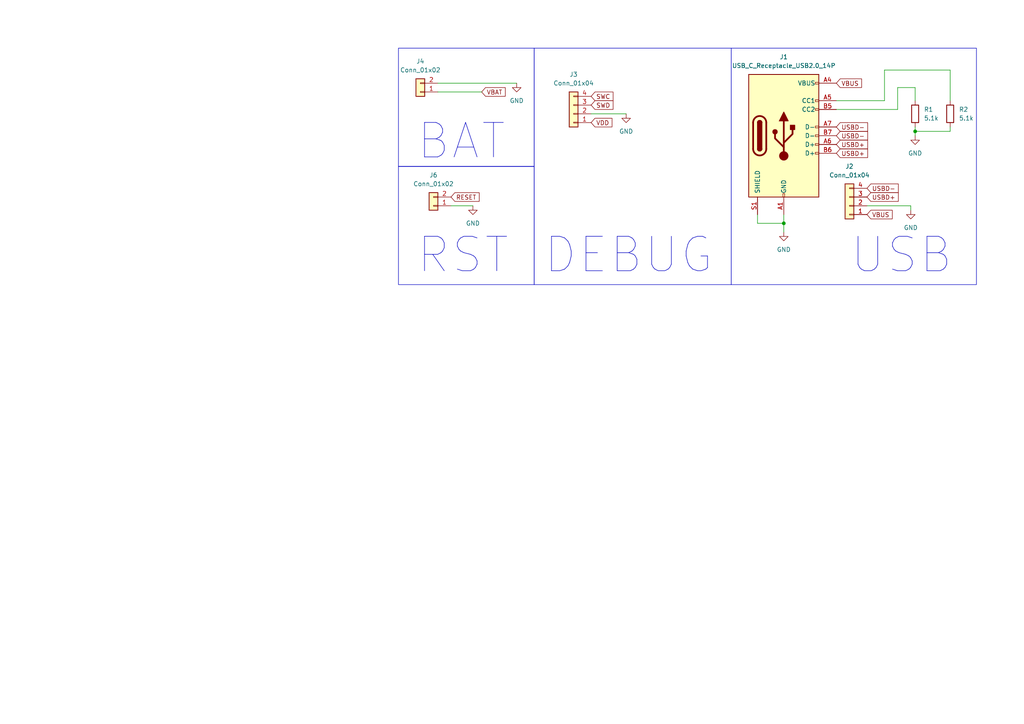
<source format=kicad_sch>
(kicad_sch (version 20230121) (generator eeschema)
  (paper "A4")
  (title_block (title "Connectors") (date "2024-02-08") (rev "0"))
  (lib_symbols
    (symbol "Connector:USB_C_Receptacle_USB2.0_14P" (pin_names (offset 1.016))
      (property "Reference" "J" (at 0 22.225 0))
      (property "Value" "USB_C_Receptacle_USB2.0_14P" (at 0 19.685 0))
      (symbol "USB_C_Receptacle_USB2.0_14P_0_0"
        (rectangle (start -0.254 -17.78) (end 0.254 -16.764))
        (rectangle (start 10.16 -4.826) (end 9.144 -5.334))
        (rectangle (start 10.16 -2.286) (end 9.144 -2.794))
        (rectangle (start 10.16 0.254) (end 9.144 -0.254))
        (rectangle (start 10.16 2.794) (end 9.144 2.286))
        (rectangle (start 10.16 7.874) (end 9.144 7.366))
        (rectangle (start 10.16 10.414) (end 9.144 9.906))
        (rectangle (start 10.16 15.494) (end 9.144 14.986))
      )
      (symbol "USB_C_Receptacle_USB2.0_14P_0_1"
        (rectangle (start -10.16 17.78) (end 10.16 -17.78) (stroke (width 0.254)) (fill (type background)))
        (arc (start -8.89 -3.81) (mid -6.985 -5.7067) (end -5.08 -3.81) (stroke (width 0.508)))
        (arc (start -7.62 -3.81) (mid -6.985 -4.4423) (end -6.35 -3.81) (stroke (width 0.254)))
        (arc (start -7.62 -3.81) (mid -6.985 -4.4423) (end -6.35 -3.81) (stroke (width 0.254)) (fill (type outline)))
        (rectangle (start -7.62 -3.81) (end -6.35 3.81) (stroke (width 0.254)) (fill (type outline)))
        (arc (start -6.35 3.81) (mid -6.985 4.4423) (end -7.62 3.81) (stroke (width 0.254)))
        (arc (start -6.35 3.81) (mid -6.985 4.4423) (end -7.62 3.81) (stroke (width 0.254)) (fill (type outline)))
        (arc (start -5.08 3.81) (mid -6.985 5.7067) (end -8.89 3.81) (stroke (width 0.508)))
        (circle (center -2.54 1.143) (radius 0.635) (stroke (width 0.254)) (fill (type outline)))
        (circle (center 0 -5.842) (radius 1.27) (fill (type outline)))
        (polyline (pts (xy -8.89 -3.81) (xy -8.89 3.81)) (stroke (width 0.508)))
        (polyline (pts (xy -5.08 3.81) (xy -5.08 -3.81)) (stroke (width 0.508)))
        (polyline (pts (xy 0 -5.842) (xy 0 4.318)) (stroke (width 0.508)))
        (polyline (pts (xy 0 -3.302) (xy -2.54 -0.762) (xy -2.54 0.508)) (stroke (width 0.508)))
        (polyline (pts (xy 0 -2.032) (xy 2.54 0.508) (xy 2.54 1.778)) (stroke (width 0.508)))
        (polyline (pts (xy -1.27 4.318) (xy 0 6.858) (xy 1.27 4.318) (xy -1.27 4.318)) (stroke (width 0.254)) (fill (type outline)))
        (rectangle (start 1.905 1.778) (end 3.175 3.048) (stroke (width 0.254)) (fill (type outline)))
      )
      (symbol "USB_C_Receptacle_USB2.0_14P_1_1"
        (pin passive line (at 0 -22.86 90) (length 5.08) (name "GND") (number "A1"))
        (pin passive line (at 0 -22.86 90) (length 5.08) hide (name "GND") (number "A12"))
        (pin passive line (at 15.24 15.24 180) (length 5.08) (name "VBUS") (number "A4"))
        (pin bidirectional line (at 15.24 10.16 180) (length 5.08) (name "CC1") (number "A5"))
        (pin bidirectional line (at 15.24 -2.54 180) (length 5.08) (name "D+") (number "A6"))
        (pin bidirectional line (at 15.24 2.54 180) (length 5.08) (name "D-") (number "A7"))
        (pin passive line (at 15.24 15.24 180) (length 5.08) hide (name "VBUS") (number "A9"))
        (pin passive line (at 0 -22.86 90) (length 5.08) hide (name "GND") (number "B1"))
        (pin passive line (at 0 -22.86 90) (length 5.08) hide (name "GND") (number "B12"))
        (pin passive line (at 15.24 15.24 180) (length 5.08) hide (name "VBUS") (number "B4"))
        (pin bidirectional line (at 15.24 7.62 180) (length 5.08) (name "CC2") (number "B5"))
        (pin bidirectional line (at 15.24 -5.08 180) (length 5.08) (name "D+") (number "B6"))
        (pin bidirectional line (at 15.24 0 180) (length 5.08) (name "D-") (number "B7"))
        (pin passive line (at 15.24 15.24 180) (length 5.08) hide (name "VBUS") (number "B9"))
        (pin passive line (at -7.62 -22.86 90) (length 5.08) (name "SHIELD") (number "S1"))
      )
    )
    (symbol "Connector_Generic:Conn_01x02" (pin_names (offset 1.016) hide)
      (property "Reference" "J" (at 0 2.54 0))
      (property "Value" "Conn_01x02" (at 0 -5.08 0))
      (symbol "Conn_01x02_1_1"
        (rectangle (start -1.27 -2.413) (end 0 -2.667) (stroke (width 0.1524)))
        (rectangle (start -1.27 0.127) (end 0 -0.127) (stroke (width 0.1524)))
        (rectangle (start -1.27 1.27) (end 1.27 -3.81) (stroke (width 0.254)) (fill (type background)))
        (pin passive line (at -5.08 0 0) (length 3.81) (name "Pin_1") (number "1"))
        (pin passive line (at -5.08 -2.54 0) (length 3.81) (name "Pin_2") (number "2"))
      )
    )
    (symbol "Connector_Generic:Conn_01x04" (pin_names (offset 1.016) hide)
      (property "Reference" "J" (at 0 5.08 0))
      (property "Value" "Conn_01x04" (at 0 -7.62 0))
      (symbol "Conn_01x04_1_1"
        (rectangle (start -1.27 -4.953) (end 0 -5.207) (stroke (width 0.1524)))
        (rectangle (start -1.27 -2.413) (end 0 -2.667) (stroke (width 0.1524)))
        (rectangle (start -1.27 0.127) (end 0 -0.127) (stroke (width 0.1524)))
        (rectangle (start -1.27 2.667) (end 0 2.413) (stroke (width 0.1524)))
        (rectangle (start -1.27 3.81) (end 1.27 -6.35) (stroke (width 0.254)) (fill (type background)))
        (pin passive line (at -5.08 2.54 0) (length 3.81) (name "Pin_1") (number "1"))
        (pin passive line (at -5.08 0 0) (length 3.81) (name "Pin_2") (number "2"))
        (pin passive line (at -5.08 -2.54 0) (length 3.81) (name "Pin_3") (number "3"))
        (pin passive line (at -5.08 -5.08 0) (length 3.81) (name "Pin_4") (number "4"))
      )
    )
    (symbol "Device:R" (pin_numbers hide) (pin_names (offset 0))
      (property "Reference" "R" (at 2.032 0 90))
      (property "Value" "R" (at 0 0 90))
      (symbol "R_0_1"
        (rectangle (start -1.016 -2.54) (end 1.016 2.54) (stroke (width 0.254)))
      )
      (symbol "R_1_1"
        (pin passive line (at 0 3.81 270) (length 1.27) (name "~") (number "1"))
        (pin passive line (at 0 -3.81 90) (length 1.27) (name "~") (number "2"))
      )
    )
    (symbol "power:GND" (power) (pin_names (offset 0))
      (property "Value" "GND" (at 0 -3.81 0))
      (symbol "GND_0_1"
        (polyline (pts (xy 0 0) (xy 0 -1.27) (xy 1.27 -1.27) (xy 0 -2.54) (xy -1.27 -1.27) (xy 0 -1.27)))
      )
      (symbol "GND_1_1"
        (pin power_in line (at 0 0 270) (length 0) hide (name "GND") (number "1"))
      )
    )
  )
  (junction (at 227.33 64.77))
  (junction (at 265.43 38.1))
  (wire (pts (xy 265.43 38.1) (xy 275.59 38.1)))
  (wire (pts (xy 265.43 38.1) (xy 265.43 39.37)))
  (wire (pts (xy 127 26.67) (xy 139.7 26.67)))
  (wire (pts (xy 260.35 31.75) (xy 260.35 25.4)))
  (wire (pts (xy 256.54 20.32) (xy 275.59 20.32)))
  (wire (pts (xy 256.54 29.21) (xy 256.54 20.32)))
  (wire (pts (xy 130.81 59.69) (xy 137.16 59.69)))
  (wire (pts (xy 265.43 25.4) (xy 265.43 29.21)))
  (wire (pts (xy 219.71 64.77) (xy 227.33 64.77)))
  (wire (pts (xy 171.45 33.02) (xy 181.61 33.02)))
  (wire (pts (xy 227.33 62.23) (xy 227.33 64.77)))
  (wire (pts (xy 260.35 25.4) (xy 265.43 25.4)))
  (wire (pts (xy 242.57 31.75) (xy 260.35 31.75)))
  (wire (pts (xy 227.33 64.77) (xy 227.33 67.31)))
  (wire (pts (xy 219.71 62.23) (xy 219.71 64.77)))
  (wire (pts (xy 275.59 20.32) (xy 275.59 29.21)))
  (wire (pts (xy 127 24.13) (xy 149.86 24.13)))
  (wire (pts (xy 265.43 36.83) (xy 265.43 38.1)))
  (wire (pts (xy 251.46 59.69) (xy 264.16 59.69)))
  (wire (pts (xy 264.16 59.69) (xy 264.16 60.96)))
  (wire (pts (xy 242.57 29.21) (xy 256.54 29.21)))
  (wire (pts (xy 275.59 36.83) (xy 275.59 38.1)))
  (rectangle (start 115.57 13.97) (end 154.94 48.26))
  (rectangle (start 154.94 13.97) (end 212.09 82.55))
  (rectangle (start 115.57 48.26) (end 154.94 82.55))
  (rectangle (start 212.09 13.97) (end 283.21 82.55))
  (text "USB" (at 246.38 80.01 0) (effects (font (size 10 10)) (justify left bottom)))
  (text "RST" (at 120.65 80.01 0) (effects (font (size 10 10)) (justify left bottom)))
  (text "BAT" (at 120.65 46.99 0) (effects (font (size 10 10)) (justify left bottom)))
  (text "DEBUG" (at 157.48 80.01 0) (effects (font (size 10 10)) (justify left bottom)))
  (global_label "USBD+" (shape input) (at 242.57 41.91 0) (property "Intersheetrefs" "${INTERSHEET_REFS}" (effects hide)))
  (global_label "SWC" (shape input) (at 171.45 27.94 0) (property "Intersheetrefs" "${INTERSHEET_REFS}" (effects hide)))
  (global_label "USBD+" (shape input) (at 242.57 44.45 0) (property "Intersheetrefs" "${INTERSHEET_REFS}" (effects hide)))
  (global_label "VBUS" (shape input) (at 251.46 62.23 0) (property "Intersheetrefs" "${INTERSHEET_REFS}" (effects hide)))
  (global_label "VDD" (shape input) (at 171.45 35.56 0) (property "Intersheetrefs" "${INTERSHEET_REFS}" (effects hide)))
  (global_label "VBAT" (shape input) (at 139.7 26.67 0) (property "Intersheetrefs" "${INTERSHEET_REFS}" (effects hide)))
  (global_label "VBUS" (shape input) (at 242.57 24.13 0) (property "Intersheetrefs" "${INTERSHEET_REFS}" (effects hide)))
  (global_label "USBD-" (shape input) (at 251.46 54.61 0) (property "Intersheetrefs" "${INTERSHEET_REFS}" (effects hide)))
  (global_label "USBD+" (shape input) (at 251.46 57.15 0) (property "Intersheetrefs" "${INTERSHEET_REFS}" (effects hide)))
  (global_label "RESET" (shape input) (at 130.81 57.15 0) (property "Intersheetrefs" "${INTERSHEET_REFS}" (effects hide)))
  (global_label "USBD-" (shape input) (at 242.57 36.83 0) (property "Intersheetrefs" "${INTERSHEET_REFS}" (effects hide)))
  (global_label "USBD-" (shape input) (at 242.57 39.37 0) (property "Intersheetrefs" "${INTERSHEET_REFS}" (effects hide)))
  (global_label "SWD" (shape input) (at 171.45 30.48 0) (property "Intersheetrefs" "${INTERSHEET_REFS}" (effects hide)))
  (symbol (lib_id "power:GND") (at 149.86 24.13 0) (unit 1)
    (property "Reference" "#PWR015" (effects hide))
    (property "Value" "GND" (at 149.86 29.21 0))
  )
  (symbol (lib_id "Device:R") (at 275.59 33.02 0) (unit 1)
    (property "Reference" "R2" (at 278.13 31.75 0) (effects (justify left)))
    (property "Value" "5.1k" (at 278.13 34.29 0) (effects (justify left)))
    (property "Footprint" "Resistor_SMD:R_0603_1608Metric" (effects hide))
  )
  (symbol (lib_id "Connector_Generic:Conn_01x02") (at 121.92 26.67 180) (unit 1)
    (property "Reference" "J4" (at 121.92 17.78 0))
    (property "Value" "Conn_01x02" (at 121.92 20.32 0))
    (property "Footprint" "Connector_PinHeader_2.54mm:PinHeader_1x02_P2.54mm_Vertical" (effects hide))
  )
  (symbol (lib_id "Connector_Generic:Conn_01x04") (at 246.38 59.69 180) (unit 1)
    (property "Reference" "J2" (at 246.38 48.26 0))
    (property "Value" "Conn_01x04" (at 246.38 50.8 0))
    (property "Footprint" "Connector_PinHeader_2.54mm:PinHeader_1x04_P2.54mm_Vertical" (effects hide))
  )
  (symbol (lib_id "power:GND") (at 181.61 33.02 0) (unit 1)
    (property "Reference" "#PWR014" (effects hide))
    (property "Value" "GND" (at 181.61 38.1 0))
  )
  (symbol (lib_id "power:GND") (at 227.33 67.31 0) (unit 1)
    (property "Reference" "#PWR013" (effects hide))
    (property "Value" "GND" (at 227.33 72.39 0))
  )
  (symbol (lib_id "power:GND") (at 265.43 39.37 0) (unit 1)
    (property "Reference" "#PWR012" (effects hide))
    (property "Value" "GND" (at 265.43 44.45 0))
  )
  (symbol (lib_id "Device:R") (at 265.43 33.02 0) (unit 1)
    (property "Reference" "R1" (at 267.97 31.75 0) (effects (justify left)))
    (property "Value" "5.1k" (at 267.97 34.29 0) (effects (justify left)))
    (property "Footprint" "Resistor_SMD:R_0603_1608Metric" (effects hide))
  )
  (symbol (lib_id "Connector_Generic:Conn_01x04") (at 166.37 33.02 180) (unit 1)
    (property "Reference" "J3" (at 166.37 21.59 0))
    (property "Value" "Conn_01x04" (at 166.37 24.13 0))
    (property "Footprint" "Connector_PinHeader_2.54mm:PinHeader_1x04_P2.54mm_Vertical" (effects hide))
  )
  (symbol (lib_id "Connector_Generic:Conn_01x02") (at 125.73 59.69 180) (unit 1)
    (property "Reference" "J6" (at 125.73 50.8 0))
    (property "Value" "Conn_01x02" (at 125.73 53.34 0))
    (property "Footprint" "Connector_PinHeader_2.54mm:PinHeader_1x02_P2.54mm_Vertical" (effects hide))
  )
  (symbol (lib_id "Connector:USB_C_Receptacle_USB2.0_14P") (at 227.33 39.37 0) (unit 1)
    (property "Reference" "J1" (at 227.33 16.51 0))
    (property "Value" "USB_C_Receptacle_USB2.0_14P" (at 227.33 19.05 0))
    (property "Footprint" "Connector_USB:USB_C_Receptacle_HCTL_HC-TYPE-C-16P-01A" (effects hide))
    (property "Datasheet" "https://www.usb.org/sites/default/files/documents/usb_type-c.zip" (effects hide))
  )
  (symbol (lib_id "power:GND") (at 137.16 59.69 0) (unit 1)
    (property "Reference" "#PWR016" (effects hide))
    (property "Value" "GND" (at 137.16 64.77 0))
  )
  (symbol (lib_id "power:GND") (at 264.16 60.96 0) (unit 1)
    (property "Reference" "#PWR05" (effects hide))
    (property "Value" "GND" (at 264.16 66.04 0))
  )
)
</source>
